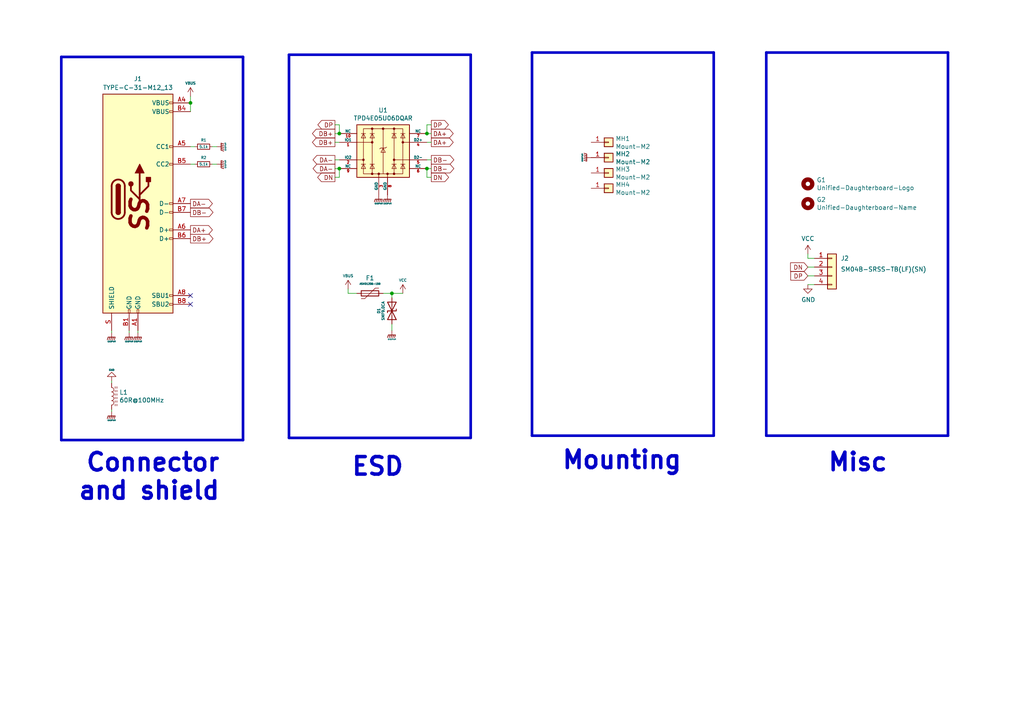
<source format=kicad_sch>
(kicad_sch (version 20230121) (generator eeschema)
  (paper "A4")
  (title_block (title "Unified Daughterboard") (date "2020-03-22") (rev "C3") (company "Designed by the keyboard community"))
  (lib_symbols
    (symbol "Connector_Generic:Conn_01x01" (pin_names (offset 1.016) hide)
      (property "Reference" "J" (at 0 2.54 0))
      (property "Value" "Conn_01x01" (at 0 -2.54 0))
      (symbol "Conn_01x01_1_1"
        (rectangle (start -1.27 0.127) (end 0 -0.127) (stroke (width 0.1524)))
        (rectangle (start -1.27 1.27) (end 1.27 -1.27) (stroke (width 0.254)) (fill (type background)))
        (pin passive line (at -5.08 0 0) (length 3.81) (name "Pin_1") (number "1"))
      )
    )
    (symbol "Connector_Generic:Conn_01x04" (pin_names (offset 1.016) hide)
      (property "Reference" "J" (at 0 5.08 0))
      (property "Value" "Conn_01x04" (at 0 -7.62 0))
      (symbol "Conn_01x04_1_1"
        (rectangle (start -1.27 -4.953) (end 0 -5.207) (stroke (width 0.1524)))
        (rectangle (start -1.27 -2.413) (end 0 -2.667) (stroke (width 0.1524)))
        (rectangle (start -1.27 0.127) (end 0 -0.127) (stroke (width 0.1524)))
        (rectangle (start -1.27 2.667) (end 0 2.413) (stroke (width 0.1524)))
        (rectangle (start -1.27 3.81) (end 1.27 -6.35) (stroke (width 0.254)) (fill (type background)))
        (pin passive line (at -5.08 2.54 0) (length 3.81) (name "Pin_1") (number "1"))
        (pin passive line (at -5.08 0 0) (length 3.81) (name "Pin_2") (number "2"))
        (pin passive line (at -5.08 -2.54 0) (length 3.81) (name "Pin_3") (number "3"))
        (pin passive line (at -5.08 -5.08 0) (length 3.81) (name "Pin_4") (number "4"))
      )
    )
    (symbol "Device:D_TVS" (pin_numbers hide) (pin_names (offset 1.016) hide)
      (property "Reference" "D" (at 0 2.54 0))
      (property "Value" "D_TVS" (at 0 -2.54 0))
      (symbol "D_TVS_0_1"
        (polyline (pts (xy 1.27 0) (xy -1.27 0)))
        (polyline (pts (xy 0.508 1.27) (xy 0 1.27) (xy 0 -1.27) (xy -0.508 -1.27)) (stroke (width 0.254)))
        (polyline (pts (xy -2.54 1.27) (xy -2.54 -1.27) (xy 2.54 1.27) (xy 2.54 -1.27) (xy -2.54 1.27)) (stroke (width 0.254)))
      )
      (symbol "D_TVS_1_1"
        (pin passive line (at -3.81 0 0) (length 2.54) (name "A1") (number "1"))
        (pin passive line (at 3.81 0 180) (length 2.54) (name "A2") (number "2"))
      )
    )
    (symbol "Device:Polyfuse" (pin_numbers hide) (pin_names (offset 0))
      (property "Reference" "F" (at -2.54 0 90))
      (property "Value" "Polyfuse" (at 2.54 0 90))
      (symbol "Polyfuse_0_1"
        (rectangle (start -0.762 2.54) (end 0.762 -2.54) (stroke (width 0.254)))
        (polyline (pts (xy 0 2.54) (xy 0 -2.54)))
        (polyline (pts (xy -1.524 2.54) (xy -1.524 1.524) (xy 1.524 -1.524) (xy 1.524 -2.54)))
      )
      (symbol "Polyfuse_1_1"
        (pin passive line (at 0 3.81 270) (length 1.27) (name "~") (number "1"))
        (pin passive line (at 0 -3.81 90) (length 1.27) (name "~") (number "2"))
      )
    )
    (symbol "Device:R_Small" (pin_numbers hide) (pin_names (offset 0.254) hide)
      (property "Reference" "R" (at 0.762 0.508 0))
      (property "Value" "R_Small" (at 0.762 -1.016 0))
      (symbol "R_Small_0_1"
        (rectangle (start -0.762 1.778) (end 0.762 -1.778) (stroke (width 0.2032)))
      )
      (symbol "R_Small_1_1"
        (pin passive line (at 0 2.54 270) (length 0.762) (name "~") (number "1"))
        (pin passive line (at 0 -2.54 90) (length 0.762) (name "~") (number "2"))
      )
    )
    (symbol "Mechanical:MountingHole" (pin_names (offset 1.016))
      (property "Reference" "H" (at 0 5.08 0))
      (property "Value" "MountingHole" (at 0 3.175 0))
      (symbol "MountingHole_0_1"
        (circle (center 0 0) (radius 1.27) (stroke (width 1.27)))
      )
    )
    (symbol "Unified-Daughterboard-rescue:L_Core_Ferrite-Device" (pin_numbers hide) (pin_names (offset 1.016) hide)
      (property "Reference" "L" (at -1.27 0 90))
      (property "Value" "Device_L_Core_Ferrite" (at 2.794 0 90))
      (symbol "L_Core_Ferrite-Device_0_1"
        (arc (start 0 -2.54) (mid 0.6323 -1.905) (end 0 -1.27))
        (arc (start 0 -1.27) (mid 0.6323 -0.635) (end 0 0))
        (polyline (pts (xy 1.016 -2.794) (xy 1.016 -2.286)))
        (polyline (pts (xy 1.016 -1.778) (xy 1.016 -1.27)))
        (polyline (pts (xy 1.016 -0.762) (xy 1.016 -0.254)))
        (polyline (pts (xy 1.016 0.254) (xy 1.016 0.762)))
        (polyline (pts (xy 1.016 1.27) (xy 1.016 1.778)))
        (polyline (pts (xy 1.016 2.286) (xy 1.016 2.794)))
        (polyline (pts (xy 1.524 -2.286) (xy 1.524 -2.794)))
        (polyline (pts (xy 1.524 -1.27) (xy 1.524 -1.778)))
        (polyline (pts (xy 1.524 -0.254) (xy 1.524 -0.762)))
        (polyline (pts (xy 1.524 0.762) (xy 1.524 0.254)))
        (polyline (pts (xy 1.524 1.778) (xy 1.524 1.27)))
        (polyline (pts (xy 1.524 2.794) (xy 1.524 2.286)))
        (arc (start 0 0) (mid 0.6323 0.635) (end 0 1.27))
        (arc (start 0 1.27) (mid 0.6323 1.905) (end 0 2.54))
      )
      (symbol "L_Core_Ferrite-Device_1_1"
        (pin passive line (at 0 3.81 270) (length 1.27) (name "1") (number "1"))
        (pin passive line (at 0 -3.81 90) (length 1.27) (name "2") (number "2"))
      )
    )
    (symbol "Unified-Daughterboard-rescue:TPD4E05U06DQAR-acheronSymbols" (pin_names (offset 0))
      (property "Reference" "U" (at 0 12.7 0))
      (property "Value" "acheronSymbols_TPD4E05U06DQAR" (at 0 10.16 0))
      (symbol "TPD4E05U06DQAR-acheronSymbols_0_0"
        (rectangle (start -5.715 6.477) (end 5.715 -6.604))
        (polyline (pts (xy -3.175 -6.604) (xy -3.175 6.477)))
        (polyline (pts (xy 0 6.477) (xy 0 -6.604)))
        (polyline (pts (xy 3.175 6.477) (xy 3.175 -6.604)))
      )
      (symbol "TPD4E05U06DQAR-acheronSymbols_0_1"
        (rectangle (start -7.62 7.62) (end 7.62 -7.62) (stroke (width 0.254)) (fill (type background)))
        (circle (center -5.715 -2.54) (radius 0.2794) (fill (type outline)))
        (circle (center -3.175 -6.604) (radius 0.2794) (fill (type outline)))
        (circle (center -3.175 2.54) (radius 0.2794) (fill (type outline)))
        (circle (center -3.175 6.477) (radius 0.2794) (fill (type outline)))
        (circle (center -1.27 -6.604) (radius 0.2794) (fill (type outline)))
        (polyline (pts (xy -7.747 2.54) (xy -3.175 2.54)))
        (polyline (pts (xy -7.62 -2.54) (xy -5.715 -2.54)))
        (polyline (pts (xy -5.08 -3.81) (xy -6.35 -3.81)))
        (polyline (pts (xy -5.08 5.08) (xy -6.35 5.08)))
        (polyline (pts (xy -2.54 -3.81) (xy -3.81 -3.81)))
        (polyline (pts (xy -2.54 5.08) (xy -3.81 5.08)))
        (polyline (pts (xy -1.27 -6.604) (xy -1.27 -7.62)))
        (polyline (pts (xy -0.635 0.889) (xy -1.016 0.635)))
        (polyline (pts (xy 0.635 0.889) (xy -0.635 0.889)))
        (polyline (pts (xy 0.635 0.889) (xy 1.016 1.143)))
        (polyline (pts (xy 3.81 -3.81) (xy 2.54 -3.81)))
        (polyline (pts (xy 3.81 5.08) (xy 2.54 5.08)))
        (polyline (pts (xy 6.35 -3.81) (xy 5.08 -3.81)))
        (polyline (pts (xy 6.35 5.08) (xy 5.08 5.08)))
        (polyline (pts (xy 7.62 -2.54) (xy 3.175 -2.54)))
        (polyline (pts (xy 7.62 2.54) (xy 5.715 2.54)))
        (polyline (pts (xy -5.08 -5.08) (xy -6.35 -5.08) (xy -5.715 -3.81) (xy -5.08 -5.08)))
        (polyline (pts (xy -5.08 3.81) (xy -6.35 3.81) (xy -5.715 5.08) (xy -5.08 3.81)))
        (polyline (pts (xy -2.54 -5.08) (xy -3.81 -5.08) (xy -3.175 -3.81) (xy -2.54 -5.08)))
        (polyline (pts (xy -2.54 3.81) (xy -3.81 3.81) (xy -3.175 5.08) (xy -2.54 3.81)))
        (polyline (pts (xy 0.635 -0.381) (xy -0.635 -0.381) (xy 0 0.889) (xy 0.635 -0.381)))
        (polyline (pts (xy 3.81 -5.08) (xy 2.54 -5.08) (xy 3.175 -3.81) (xy 3.81 -5.08)))
        (polyline (pts (xy 3.81 3.81) (xy 2.54 3.81) (xy 3.175 5.08) (xy 3.81 3.81)))
        (polyline (pts (xy 6.35 -5.08) (xy 5.08 -5.08) (xy 5.715 -3.81) (xy 6.35 -5.08)))
        (polyline (pts (xy 6.35 3.81) (xy 5.08 3.81) (xy 5.715 5.08) (xy 6.35 3.81)))
        (circle (center 0 6.477) (radius 0.2794) (fill (type outline)))
        (circle (center 3.175 -6.604) (radius 0.2794) (fill (type outline)))
        (circle (center 3.175 -2.54) (radius 0.2794) (fill (type outline)))
        (circle (center 3.175 6.477) (radius 0.2794) (fill (type outline)))
        (circle (center 5.715 2.54) (radius 0.2794) (fill (type outline)))
      )
      (symbol "TPD4E05U06DQAR-acheronSymbols_1_1"
        (polyline (pts (xy 1.27 -6.604) (xy 1.27 -7.62)))
        (circle (center 1.27 -6.604) (radius 0.2794) (fill (type outline)))
        (pin bidirectional line (at -12.7 2.54 0) (length 5.08) (name "IO1") (number "1"))
        (pin bidirectional line (at -12.7 5.08 0) (length 5.08) (name "NC") (number "10"))
        (pin bidirectional line (at -12.7 -2.54 0) (length 5.08) (name "IO2") (number "2"))
        (pin power_in line (at -1.27 -12.7 90) (length 5.08) (name "GND") (number "3"))
        (pin bidirectional line (at 12.7 2.54 180) (length 5.08) (name "D2+") (number "4"))
        (pin bidirectional line (at 12.7 -2.54 180) (length 5.08) (name "D2-") (number "5"))
        (pin bidirectional line (at 12.7 -5.08 180) (length 5.08) (name "NC") (number "6"))
        (pin bidirectional line (at 12.7 5.08 180) (length 5.08) (name "NC") (number "7"))
        (pin power_in line (at 1.27 -12.7 90) (length 5.08) (name "GND") (number "8"))
        (pin bidirectional line (at -12.7 -5.08 0) (length 5.08) (name "NC") (number "9"))
      )
    )
    (symbol "Unified-Daughterboard-rescue:TYPE-C-31-M12_13-acheronSymbols" (pin_names (offset 1.016))
      (property "Reference" "J" (at -1.27 35.56 0))
      (property "Value" "acheronSymbols_TYPE-C-31-M12_13" (at 10.16 33.02 0))
      (symbol "TYPE-C-31-M12_13-acheronSymbols_0_0"
        (rectangle (start -0.254 -31.75) (end 0.254 -30.734))
        (rectangle (start 10.16 -28.956) (end 9.144 -29.464))
        (rectangle (start 10.16 -26.416) (end 9.144 -26.924))
        (rectangle (start 10.16 -9.906) (end 9.144 -10.414))
        (rectangle (start 10.16 -7.366) (end 9.144 -7.874))
        (rectangle (start 10.16 -2.286) (end 9.144 -2.794))
        (rectangle (start 10.16 0.254) (end 9.144 -0.254))
        (rectangle (start 10.16 11.684) (end 9.144 11.176))
        (rectangle (start 10.16 16.764) (end 9.144 16.256))
        (rectangle (start 10.16 29.464) (end 9.144 28.956))
        (text "SS" (at 0.508 -3.175 900) (effects (font (size 5.08 5.08) bold italic)))
      )
      (symbol "TYPE-C-31-M12_13-acheronSymbols_0_1"
        (rectangle (start -10.16 31.75) (end 10.16 -31.75) (stroke (width 0.254)) (fill (type background)))
        (arc (start -7.62 -2.54) (mid -5.715 -4.4367) (end -3.81 -2.54) (stroke (width 0.508)))
        (arc (start -6.35 -2.54) (mid -5.715 -3.1723) (end -5.08 -2.54) (stroke (width 0.254)))
        (arc (start -6.35 -2.54) (mid -5.715 -3.1723) (end -5.08 -2.54) (stroke (width 0.254)) (fill (type outline)))
        (rectangle (start -6.35 -2.54) (end -5.08 5.08) (stroke (width 0.254)) (fill (type outline)))
        (arc (start -5.08 5.08) (mid -5.715 5.7123) (end -6.35 5.08) (stroke (width 0.254)))
        (arc (start -5.08 5.08) (mid -5.715 5.7123) (end -6.35 5.08) (stroke (width 0.254)) (fill (type outline)))
        (arc (start -3.81 5.08) (mid -5.715 6.9767) (end -7.62 5.08) (stroke (width 0.508)))
        (circle (center -2.032 5.715) (radius 0.635) (stroke (width 0.254)) (fill (type outline)))
        (polyline (pts (xy -7.62 -2.54) (xy -7.62 5.08)) (stroke (width 0.508)))
        (polyline (pts (xy -3.81 5.08) (xy -3.81 -2.54)) (stroke (width 0.508)))
        (polyline (pts (xy 0.508 0) (xy 0.508 8.89)) (stroke (width 0.508)))
        (polyline (pts (xy 0.508 1.27) (xy -2.032 3.81) (xy -2.032 5.08)) (stroke (width 0.508)))
        (polyline (pts (xy 0.508 2.54) (xy 3.048 5.08) (xy 3.048 6.35)) (stroke (width 0.508)))
        (polyline (pts (xy -0.762 8.89) (xy 0.508 11.43) (xy 1.778 8.89) (xy -0.762 8.89)) (stroke (width 0.254)) (fill (type outline)))
        (rectangle (start 2.413 6.35) (end 3.683 7.62) (stroke (width 0.254)) (fill (type outline)))
      )
      (symbol "TYPE-C-31-M12_13-acheronSymbols_1_1"
        (rectangle (start -2.794 -31.75) (end -2.286 -30.734))
        (rectangle (start 10.16 26.924) (end 9.144 26.416))
        (pin power_out line (at 0 -36.83 90) (length 5.08) (name "GND") (number "A1"))
        (pin power_out line (at 15.24 29.21 180) (length 5.08) (name "VBUS") (number "A4"))
        (pin bidirectional line (at 15.24 16.51 180) (length 5.08) (name "CC1") (number "A5"))
        (pin bidirectional line (at 15.24 -7.62 180) (length 5.08) (name "D+") (number "A6"))
        (pin bidirectional line (at 15.24 0 180) (length 5.08) (name "D-") (number "A7"))
        (pin bidirectional line (at 15.24 -26.67 180) (length 5.08) (name "SBU1") (number "A8"))
        (pin power_out line (at -2.54 -36.83 90) (length 5.08) (name "GND") (number "B1"))
        (pin power_out line (at 15.24 26.67 180) (length 5.08) (name "VBUS") (number "B4"))
        (pin bidirectional line (at 15.24 11.43 180) (length 5.08) (name "CC2") (number "B5"))
        (pin bidirectional line (at 15.24 -10.16 180) (length 5.08) (name "D+") (number "B6"))
        (pin bidirectional line (at 15.24 -2.54 180) (length 5.08) (name "D-") (number "B7"))
        (pin bidirectional line (at 15.24 -29.21 180) (length 5.08) (name "SBU2") (number "B8"))
        (pin passive line (at -7.62 -36.83 90) (length 5.08) (name "SHIELD") (number "S"))
      )
    )
    (symbol "power:GND" (power) (pin_names (offset 0))
      (property "Value" "GND" (at 0 -3.81 0))
      (symbol "GND_0_1"
        (polyline (pts (xy 0 0) (xy 0 -1.27) (xy 1.27 -1.27) (xy 0 -2.54) (xy -1.27 -1.27) (xy 0 -1.27)))
      )
      (symbol "GND_1_1"
        (pin power_in line (at 0 0 270) (length 0) hide (name "GND") (number "1"))
      )
    )
    (symbol "power:GNDPWR" (power) (pin_names (offset 0))
      (property "Value" "GNDPWR" (at 0 -3.302 0))
      (symbol "GNDPWR_0_1"
        (polyline (pts (xy 0 -1.27) (xy 0 0)))
        (polyline (pts (xy -1.016 -1.27) (xy -1.27 -2.032) (xy -1.27 -2.032)) (stroke (width 0.2032)))
        (polyline (pts (xy -0.508 -1.27) (xy -0.762 -2.032) (xy -0.762 -2.032)) (stroke (width 0.2032)))
        (polyline (pts (xy 0 -1.27) (xy -0.254 -2.032) (xy -0.254 -2.032)) (stroke (width 0.2032)))
        (polyline (pts (xy 0.508 -1.27) (xy 0.254 -2.032) (xy 0.254 -2.032)) (stroke (width 0.2032)))
        (polyline (pts (xy 1.016 -1.27) (xy -1.016 -1.27) (xy -1.016 -1.27)) (stroke (width 0.2032)))
        (polyline (pts (xy 1.016 -1.27) (xy 0.762 -2.032) (xy 0.762 -2.032) (xy 0.762 -2.032)) (stroke (width 0.2032)))
      )
      (symbol "GNDPWR_1_1"
        (pin power_in line (at 0 0 270) (length 0) hide (name "GNDPWR") (number "1"))
      )
    )
    (symbol "power:VBUS" (power) (pin_names (offset 0))
      (property "Value" "VBUS" (at 0 3.81 0))
      (symbol "VBUS_0_1"
        (polyline (pts (xy -0.762 1.27) (xy 0 2.54)))
        (polyline (pts (xy 0 0) (xy 0 2.54)))
        (polyline (pts (xy 0 2.54) (xy 0.762 1.27)))
      )
      (symbol "VBUS_1_1"
        (pin power_in line (at 0 0 90) (length 0) hide (name "VBUS") (number "1"))
      )
    )
    (symbol "power:VCC" (power) (pin_names (offset 0))
      (property "Value" "VCC" (at 0 3.81 0))
      (symbol "VCC_0_1"
        (polyline (pts (xy -0.762 1.27) (xy 0 2.54)))
        (polyline (pts (xy 0 0) (xy 0 2.54)))
        (polyline (pts (xy 0 2.54) (xy 0.762 1.27)))
      )
      (symbol "VCC_1_1"
        (pin power_in line (at 0 0 90) (length 0) hide (name "VCC") (number "1"))
      )
    )
  )
  (junction (at 113.665 85.09))
  (junction (at 123.825 38.735))
  (junction (at 123.825 48.895))
  (junction (at 98.425 48.895))
  (junction (at 55.245 29.845))
  (junction (at 98.425 38.735))
  (no_connect (at 55.245 85.725))
  (no_connect (at 55.245 88.265))
  (polyline (pts (xy 17.78 16.51) (xy 17.78 127.635)) (stroke (width 0.762)))
  (wire (pts (xy 123.825 48.895) (xy 123.825 51.435)))
  (wire (pts (xy 236.22 77.47) (xy 234.315 77.47)))
  (wire (pts (xy 97.155 38.735) (xy 98.425 38.735)))
  (polyline (pts (xy 274.955 126.365) (xy 222.25 126.365)) (stroke (width 0.762)))
  (polyline (pts (xy 17.78 16.51) (xy 70.485 16.51)) (stroke (width 0.762)))
  (wire (pts (xy 234.315 82.55) (xy 236.22 82.55)))
  (wire (pts (xy 123.825 46.355) (xy 125.095 46.355)))
  (wire (pts (xy 32.385 118.745) (xy 32.385 119.38)))
  (polyline (pts (xy 154.305 15.24) (xy 154.305 126.365)) (stroke (width 0.762)))
  (wire (pts (xy 234.315 80.01) (xy 236.22 80.01)))
  (wire (pts (xy 55.245 27.94) (xy 55.245 29.845)))
  (wire (pts (xy 123.825 48.895) (xy 125.095 48.895)))
  (wire (pts (xy 97.155 48.895) (xy 98.425 48.895)))
  (wire (pts (xy 234.315 73.66) (xy 234.315 74.93)))
  (wire (pts (xy 98.425 36.195) (xy 98.425 38.735)))
  (wire (pts (xy 55.245 47.625) (xy 56.515 47.625)))
  (wire (pts (xy 123.825 38.735) (xy 125.095 38.735)))
  (wire (pts (xy 97.155 41.275) (xy 98.425 41.275)))
  (wire (pts (xy 123.825 41.275) (xy 125.095 41.275)))
  (wire (pts (xy 61.595 42.545) (xy 62.865 42.545)))
  (wire (pts (xy 97.155 51.435) (xy 98.425 51.435)))
  (polyline (pts (xy 136.525 15.875) (xy 136.525 127)) (stroke (width 0.762)))
  (wire (pts (xy 55.245 29.845) (xy 55.245 32.385)))
  (polyline (pts (xy 274.955 15.24) (xy 274.955 126.365)) (stroke (width 0.762)))
  (polyline (pts (xy 136.525 127) (xy 83.82 127)) (stroke (width 0.762)))
  (wire (pts (xy 40.005 95.885) (xy 40.005 96.52)))
  (wire (pts (xy 123.825 51.435) (xy 125.095 51.435)))
  (polyline (pts (xy 83.82 15.875) (xy 136.525 15.875)) (stroke (width 0.762)))
  (wire (pts (xy 97.155 36.195) (xy 98.425 36.195)))
  (wire (pts (xy 98.425 51.435) (xy 98.425 48.895)))
  (polyline (pts (xy 70.485 127.635) (xy 17.78 127.635)) (stroke (width 0.762)))
  (wire (pts (xy 37.465 95.885) (xy 37.465 96.52)))
  (wire (pts (xy 125.095 36.195) (xy 123.825 36.195)))
  (wire (pts (xy 123.825 36.195) (xy 123.825 38.735)))
  (wire (pts (xy 100.965 83.82) (xy 100.965 85.09)))
  (polyline (pts (xy 222.25 15.24) (xy 222.25 126.365)) (stroke (width 0.762)))
  (wire (pts (xy 113.665 85.09) (xy 116.84 85.09)))
  (polyline (pts (xy 207.01 15.24) (xy 207.01 126.365)) (stroke (width 0.762)))
  (wire (pts (xy 234.315 74.93) (xy 236.22 74.93)))
  (polyline (pts (xy 207.01 126.365) (xy 154.305 126.365)) (stroke (width 0.762)))
  (wire (pts (xy 113.665 85.09) (xy 113.665 86.36)))
  (polyline (pts (xy 222.25 15.24) (xy 274.955 15.24)) (stroke (width 0.762)))
  (wire (pts (xy 32.385 110.49) (xy 32.385 111.125)))
  (wire (pts (xy 55.245 42.545) (xy 56.515 42.545)))
  (polyline (pts (xy 154.305 15.24) (xy 207.01 15.24)) (stroke (width 0.762)))
  (wire (pts (xy 97.155 46.355) (xy 98.425 46.355)))
  (polyline (pts (xy 70.485 16.51) (xy 70.485 127.635)) (stroke (width 0.762)))
  (wire (pts (xy 32.385 95.885) (xy 32.385 96.52)))
  (wire (pts (xy 113.665 93.98) (xy 113.665 95.885)))
  (polyline (pts (xy 83.82 15.875) (xy 83.82 127)) (stroke (width 0.762)))
  (wire (pts (xy 111.125 85.09) (xy 113.665 85.09)))
  (wire (pts (xy 61.595 47.625) (xy 62.865 47.625)))
  (wire (pts (xy 100.965 85.09) (xy 103.505 85.09)))
  (text "ESD" (at 117.475 138.43 0) (effects (font (size 5.08 5.08) (thickness 1.016) bold) (justify right bottom)))
  (text "Misc" (at 257.81 137.16 0) (effects (font (size 5.08 5.08) (thickness 1.016) bold) (justify right bottom)))
  (text "Connector\nand shield" (at 64.135 145.415 0) (effects (font (size 5.08 5.08) (thickness 1.016) bold) (justify right bottom)))
  (text "Mounting" (at 198.12 136.525 0) (effects (font (size 5.08 5.08) (thickness 1.016) bold) (justify right bottom)))
  (global_label "DA+" (shape output) (at 125.095 41.275 0) (property "Intersheetrefs" "${INTERSHEET_REFS}" (effects hide)))
  (global_label "DA-" (shape output) (at 55.245 59.055 0) (property "Intersheetrefs" "${INTERSHEET_REFS}" (effects hide)))
  (global_label "DA-" (shape output) (at 97.155 48.895 180) (property "Intersheetrefs" "${INTERSHEET_REFS}" (effects hide)))
  (global_label "DB+" (shape output) (at 97.155 38.735 180) (property "Intersheetrefs" "${INTERSHEET_REFS}" (effects hide)))
  (global_label "DB-" (shape output) (at 125.095 48.895 0) (property "Intersheetrefs" "${INTERSHEET_REFS}" (effects hide)))
  (global_label "DN" (shape output) (at 125.095 51.435 0) (property "Intersheetrefs" "${INTERSHEET_REFS}" (effects hide)))
  (global_label "DA-" (shape output) (at 97.155 46.355 180) (property "Intersheetrefs" "${INTERSHEET_REFS}" (effects hide)))
  (global_label "DN" (shape output) (at 97.155 51.435 180) (property "Intersheetrefs" "${INTERSHEET_REFS}" (effects hide)))
  (global_label "DP" (shape input) (at 234.315 80.01 180) (property "Intersheetrefs" "${INTERSHEET_REFS}" (effects hide)))
  (global_label "DB-" (shape output) (at 55.245 61.595 0) (property "Intersheetrefs" "${INTERSHEET_REFS}" (effects hide)))
  (global_label "DB+" (shape output) (at 97.155 41.275 180) (property "Intersheetrefs" "${INTERSHEET_REFS}" (effects hide)))
  (global_label "DB-" (shape output) (at 125.095 46.355 0) (property "Intersheetrefs" "${INTERSHEET_REFS}" (effects hide)))
  (global_label "DB+" (shape output) (at 55.245 69.215 0) (property "Intersheetrefs" "${INTERSHEET_REFS}" (effects hide)))
  (global_label "DA+" (shape output) (at 125.095 38.735 0) (property "Intersheetrefs" "${INTERSHEET_REFS}" (effects hide)))
  (global_label "DP" (shape output) (at 97.155 36.195 180) (property "Intersheetrefs" "${INTERSHEET_REFS}" (effects hide)))
  (global_label "DA+" (shape output) (at 55.245 66.675 0) (property "Intersheetrefs" "${INTERSHEET_REFS}" (effects hide)))
  (global_label "DN" (shape input) (at 234.315 77.47 180) (property "Intersheetrefs" "${INTERSHEET_REFS}" (effects hide)))
  (global_label "DP" (shape output) (at 125.095 36.195 0) (property "Intersheetrefs" "${INTERSHEET_REFS}" (effects hide)))
  (symbol (lib_id "Connector_Generic:Conn_01x04") (at 241.3 77.47 0) (unit 1)
    (property "Reference" "J2" (at 243.84 74.93 0) (effects (justify left)))
    (property "Value" "SM04B-SRSS-TB(LF)(SN)" (at 243.84 78.105 0) (effects (justify left)))
    (property "Footprint" "random-keyboard-parts:JST-SR-4" (effects hide))
    (property "Manufacturer" "JST Sales America" (effects hide))
    (property "Manufacturer Part No" "SM04B-SRSS-TB(LF)(SN)" (effects hide))
    (property "LCSC Part No" "C160404" (effects hide))
  )
  (symbol (lib_id "Device:R_Small") (at 59.055 42.545 90) (unit 1)
    (property "Reference" "R1" (at 59.055 40.64 90) (effects (font (size 0.762 0.762))))
    (property "Value" "5.1k" (at 59.055 42.545 90) (effects (font (size 0.762 0.762))))
    (property "Footprint" "Resistors_SMD:R_0603" (effects hide))
    (property "Package" "R0603" (effects hide))
  )
  (symbol (lib_id "Device:R_Small") (at 59.055 47.625 90) (unit 1)
    (property "Reference" "R2" (at 59.055 45.72 90) (effects (font (size 0.762 0.762))))
    (property "Value" "5.1k" (at 59.055 47.625 90) (effects (font (size 0.762 0.762))))
    (property "Footprint" "Resistors_SMD:R_0603" (effects hide))
    (property "Package" "R0603" (effects hide))
  )
  (symbol (lib_id "power:GND") (at 234.315 82.55 0) (unit 1)
    (property "Reference" "#PWR0104" (effects hide))
    (property "Value" "GND" (at 234.442 86.9442 0))
  )
  (symbol (lib_id "Connector_Generic:Conn_01x01") (at 176.53 41.275 0) (unit 1)
    (property "Reference" "MH1" (at 178.5366 40.2082 0) (effects (justify left)))
    (property "Value" "Mount-M2" (at 178.5366 42.5196 0) (effects (justify left)))
    (property "Footprint" "random-keyboard-parts:Generic-Mounthole" (effects hide))
  )
  (symbol (lib_id "Connector_Generic:Conn_01x01") (at 176.53 45.72 0) (unit 1)
    (property "Reference" "MH2" (at 178.5366 44.6532 0) (effects (justify left)))
    (property "Value" "Mount-M2" (at 178.5366 46.9646 0) (effects (justify left)))
    (property "Footprint" "random-keyboard-parts:Generic-Mounthole" (effects hide))
  )
  (symbol (lib_id "Connector_Generic:Conn_01x01") (at 176.53 50.165 0) (unit 1)
    (property "Reference" "MH3" (at 178.5366 49.0982 0) (effects (justify left)))
    (property "Value" "Mount-M2" (at 178.5366 51.4096 0) (effects (justify left)))
    (property "Footprint" "random-keyboard-parts:Generic-Mounthole" (effects hide))
  )
  (symbol (lib_id "Connector_Generic:Conn_01x01") (at 176.53 54.61 0) (unit 1)
    (property "Reference" "MH4" (at 178.5366 53.5432 0) (effects (justify left)))
    (property "Value" "Mount-M2" (at 178.5366 55.8546 0) (effects (justify left)))
    (property "Footprint" "random-keyboard-parts:Generic-Mounthole" (effects hide))
  )
  (symbol (lib_id "Device:D_TVS") (at 113.665 90.17 270) (mirror x) (unit 1)
    (property "Reference" "D1" (at 109.855 90.17 0) (effects (font (size 0.762 0.762))))
    (property "Value" "SMF9.0CA" (at 111.125 90.17 0) (effects (font (size 0.762 0.762))))
    (property "Footprint" "acheron_Components:D_SOD-123_Bidirectional" (effects hide))
    (property "Package" "SOD-123F-B" (effects hide))
    (property "Manufacturer" "Microdiode Electronics" (effects hide))
    (property "Manufacturer Part No" "SMF9.0CA" (effects hide))
    (property "LCSC Part No" "C123799" (effects hide))
  )
  (symbol (lib_id "Unified-Daughterboard-rescue:TYPE-C-31-M12_13-acheronSymbols") (at 40.005 59.055 0) (unit 1)
    (property "Reference" "J1" (at 40.005 22.86 0))
    (property "Value" "TYPE-C-31-M12_13" (at 40.005 25.4 0))
    (property "Footprint" "acheron_Connectors:TYPE-C-31-M-12" (effects hide))
    (property "Manufacturer" "Korean Hroparts" (effects hide))
    (property "Manufacturer Part No" "TYPE-C-31-M-12" (effects hide))
    (property "LCSC Part No" "C165948" (effects hide))
  )
  (symbol (lib_id "power:GNDPWR") (at 32.385 96.52 0) (unit 1)
    (property "Reference" "#PWR0106" (effects hide))
    (property "Value" "GNDPWR" (at 32.385 99.06 0) (effects (font (size 0.381 0.381))))
  )
  (symbol (lib_id "power:GNDPWR") (at 37.465 96.52 0) (unit 1)
    (property "Reference" "#PWR0107" (effects hide))
    (property "Value" "GNDPWR" (at 37.465 99.06 0) (effects (font (size 0.381 0.381))))
  )
  (symbol (lib_id "power:VBUS") (at 55.245 27.94 0) (unit 1)
    (property "Reference" "#PWR0113" (effects hide))
    (property "Value" "VBUS" (at 55.245 24.13 0) (effects (font (size 0.762 0.762))))
  )
  (symbol (lib_id "power:GNDPWR") (at 40.005 96.52 0) (unit 1)
    (property "Reference" "#PWR0105" (effects hide))
    (property "Value" "GNDPWR" (at 40.005 99.06 0) (effects (font (size 0.381 0.381))))
  )
  (symbol (lib_id "Mechanical:MountingHole") (at 234.315 59.055 0) (unit 1)
    (property "Reference" "G2" (at 236.855 57.912 0) (effects (justify left)))
    (property "Value" "Unified-Daughterboard-Name" (at 236.855 60.198 0) (effects (justify left)))
    (property "Footprint" "Unified-Daughterboard-Logo:Unified-Daughterboard-Name.pretty" (effects hide))
  )
  (symbol (lib_id "power:GNDPWR") (at 62.865 42.545 90) (unit 1)
    (property "Reference" "#PWR0102" (effects hide))
    (property "Value" "GNDPWR" (at 65.405 42.545 0) (effects (font (size 0.381 0.381))))
  )
  (symbol (lib_id "power:GNDPWR") (at 62.865 47.625 90) (unit 1)
    (property "Reference" "#PWR0101" (effects hide))
    (property "Value" "GNDPWR" (at 65.405 47.625 0) (effects (font (size 0.381 0.381))))
  )
  (symbol (lib_id "power:GNDPWR") (at 171.45 45.72 270) (unit 1)
    (property "Reference" "#PWR0110" (effects hide))
    (property "Value" "GNDPWR" (at 168.91 45.72 0) (effects (font (size 0.381 0.381))))
  )
  (symbol (lib_id "Unified-Daughterboard-rescue:TPD4E05U06DQAR-acheronSymbols") (at 111.125 43.815 0) (unit 1)
    (property "Reference" "U1" (at 111.125 31.9786 0))
    (property "Value" "TPD4E05U06DQAR" (at 111.125 34.29 0))
    (property "Footprint" "acheron_Components:USON-10_2.5x1.0mm_P0.5mm" (effects hide))
    (property "Manufacturer" "Texas Instruments" (effects hide))
    (property "Manufacturer Part No" "TPD4E05U06DQAR" (effects hide))
    (property "LCSC Part No" "C138714" (effects hide))
    (property "Package" "uSON-10" (effects hide))
  )
  (symbol (lib_id "power:GNDPWR") (at 113.665 95.885 0) (unit 1)
    (property "Reference" "#PWR0114" (effects hide))
    (property "Value" "GNDPWR" (at 113.665 98.425 0) (effects (font (size 0.381 0.381))))
  )
  (symbol (lib_id "power:VBUS") (at 100.965 83.82 0) (unit 1)
    (property "Reference" "#PWR0115" (effects hide))
    (property "Value" "VBUS" (at 100.965 80.01 0) (effects (font (size 0.762 0.762))))
  )
  (symbol (lib_id "Device:Polyfuse") (at 107.315 85.09 90) (unit 1)
    (property "Reference" "F1" (at 107.315 80.645 90))
    (property "Value" "ASMD1206-150" (at 107.315 82.3214 90) (effects (font (size 0.508 0.508))))
    (property "Footprint" "Fuse:Fuse_1206_3216Metric" (effects hide))
    (property "Manufacturer" "Shenzhen JDT Fuse" (effects hide))
    (property "Manufacturer Part No" "ASMD1206-150" (effects hide))
    (property "LCSC Part No" "C135342" (effects hide))
    (property "Package" "F1206" (effects hide))
  )
  (symbol (lib_id "power:GNDPWR") (at 109.855 56.515 0) (unit 1)
    (property "Reference" "#PWR0111" (effects hide))
    (property "Value" "GNDPWR" (at 109.855 59.055 0) (effects (font (size 0.381 0.381))))
  )
  (symbol (lib_id "power:VCC") (at 116.84 85.09 0) (unit 1)
    (property "Reference" "#PWR0119" (effects hide))
    (property "Value" "VCC" (at 116.84 81.28 0) (effects (font (size 0.762 0.762))))
  )
  (symbol (lib_id "power:GNDPWR") (at 112.395 56.515 0) (unit 1)
    (property "Reference" "#PWR0112" (effects hide))
    (property "Value" "GNDPWR" (at 112.395 59.055 0) (effects (font (size 0.381 0.381))))
  )
  (symbol (lib_id "power:VCC") (at 234.315 73.66 0) (unit 1)
    (property "Reference" "#PWR0103" (effects hide))
    (property "Value" "VCC" (at 234.315 69.215 0))
  )
  (symbol (lib_id "Unified-Daughterboard-rescue:L_Core_Ferrite-Device") (at 32.385 114.935 0) (unit 1)
    (property "Reference" "L1" (at 34.6202 113.792 0) (effects (justify left)))
    (property "Value" "60R@100MHz" (at 34.6202 116.078 0) (effects (justify left)))
    (property "Footprint" "Inductor_SMD:L_1206_3216Metric" (effects hide))
    (property "Manufacturer" "MELED Industrial" (effects hide))
    (property "Manufacturer Part No" "MLB3216-600P4A(f)" (effects hide))
    (property "LCSC Part No" "C33600" (effects hide))
    (property "Package" "L1206" (effects hide))
  )
  (symbol (lib_id "Mechanical:MountingHole") (at 234.315 53.34 0) (unit 1)
    (property "Reference" "G1" (at 236.855 52.197 0) (effects (justify left)))
    (property "Value" "Unified-Daughterboard-Logo" (at 236.855 54.483 0) (effects (justify left)))
    (property "Footprint" "Unified-Daughterboard-Logo:Unified-Daughterboard-Logo.pretty" (effects hide))
  )
  (symbol (lib_id "power:GNDPWR") (at 32.385 119.38 0) (unit 1)
    (property "Reference" "#PWR0108" (effects hide))
    (property "Value" "GNDPWR" (at 32.385 121.92 0) (effects (font (size 0.381 0.381))))
  )
  (symbol (lib_id "power:GND") (at 32.385 110.49 180) (unit 1)
    (property "Reference" "#PWR0109" (effects hide))
    (property "Value" "GND" (at 32.385 107.315 0) (effects (font (size 0.508 0.508))))
  )
)
</source>
